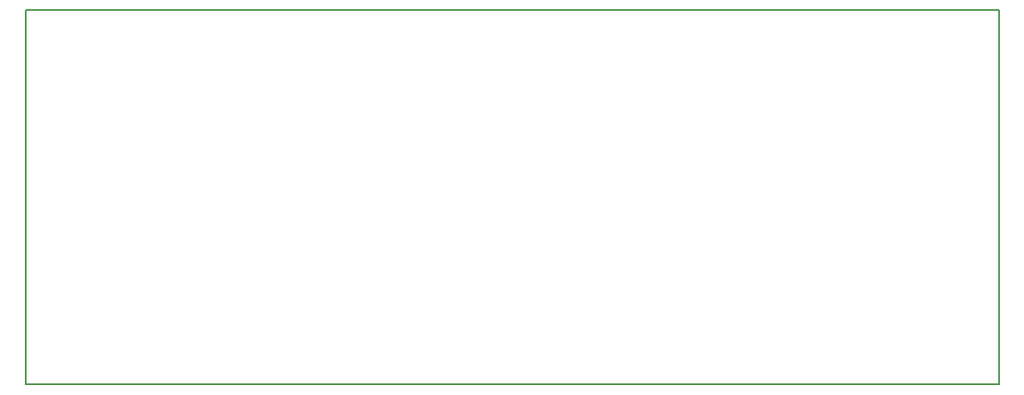
<source format=gm1>
G04 MADE WITH FRITZING*
G04 WWW.FRITZING.ORG*
G04 SINGLE SIDED*
G04 HOLES NOT PLATED*
G04 CONTOUR ON CENTER OF CONTOUR VECTOR*
%ASAXBY*%
%FSLAX23Y23*%
%MOIN*%
%OFA0B0*%
%SFA1.0B1.0*%
%ADD10R,3.915120X1.511820*%
%ADD11C,0.008000*%
%ADD10C,0.008*%
%LNCONTOUR*%
G90*
G70*
G54D10*
G54D11*
X4Y1508D02*
X3911Y1508D01*
X3911Y4D01*
X4Y4D01*
X4Y1508D01*
D02*
G04 End of contour*
M02*
</source>
